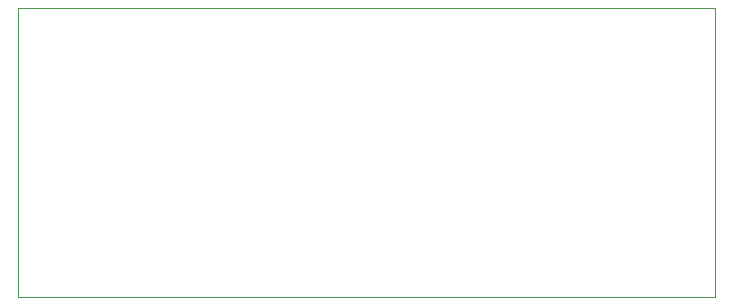
<source format=gm1>
%TF.GenerationSoftware,KiCad,Pcbnew,(6.0.1)*%
%TF.CreationDate,2022-01-27T16:39:24-05:00*%
%TF.ProjectId,MAX_86916,4d41585f-3836-4393-9136-2e6b69636164,rev?*%
%TF.SameCoordinates,Original*%
%TF.FileFunction,Profile,NP*%
%FSLAX46Y46*%
G04 Gerber Fmt 4.6, Leading zero omitted, Abs format (unit mm)*
G04 Created by KiCad (PCBNEW (6.0.1)) date 2022-01-27 16:39:24*
%MOMM*%
%LPD*%
G01*
G04 APERTURE LIST*
%TA.AperFunction,Profile*%
%ADD10C,0.100000*%
%TD*%
G04 APERTURE END LIST*
D10*
X107500000Y-124000000D02*
X48500000Y-124000000D01*
X107500000Y-99500000D02*
X107500000Y-124000000D01*
X48500000Y-124000000D02*
X48500000Y-99500000D01*
X48500000Y-99500000D02*
X107500000Y-99500000D01*
M02*

</source>
